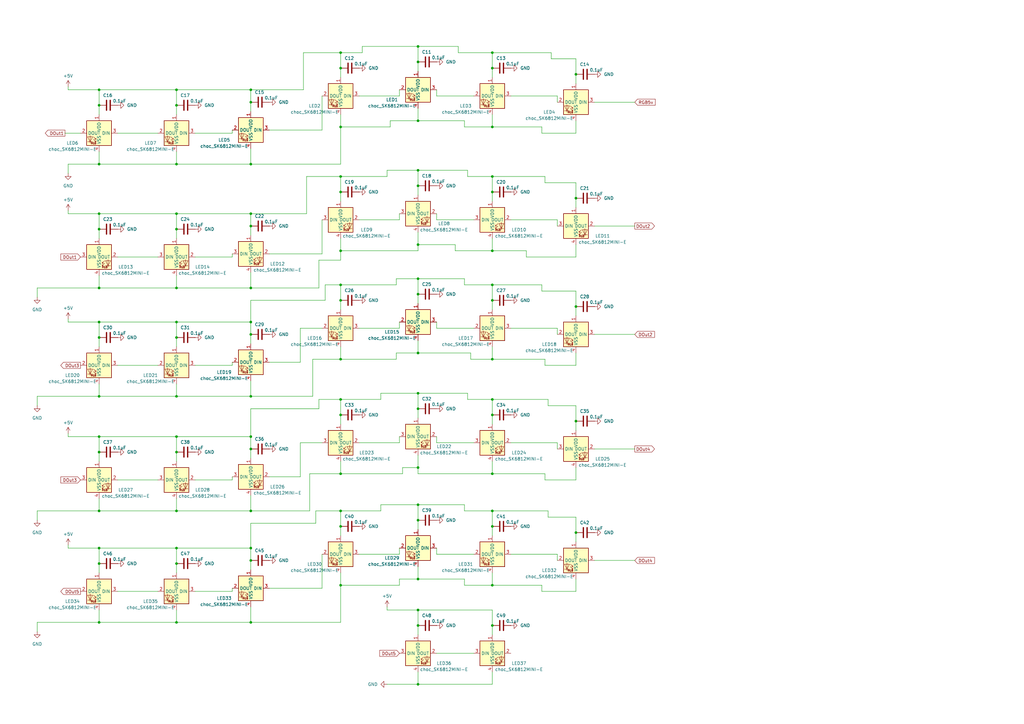
<source format=kicad_sch>
(kicad_sch (version 20231120) (generator "eeschema") (generator_version "8.0")
  (paper "A3")
  (junction (at 201.93 147.32))
  (junction (at 72.39 224.79))
  (junction (at 102.87 87.63))
  (junction (at 102.87 137.16))
  (junction (at 40.64 87.63))
  (junction (at 201.93 256.54))
  (junction (at 139.7 147.32))
  (junction (at 40.64 93.98))
  (junction (at 72.39 132.08))
  (junction (at 102.87 209.55))
  (junction (at 171.45 213.36))
  (junction (at 139.7 52.07))
  (junction (at 201.93 215.9))
  (junction (at 102.87 92.71))
  (junction (at 171.45 114.3))
  (junction (at 40.64 67.31))
  (junction (at 40.64 209.55))
  (junction (at 171.45 250.19))
  (junction (at 40.64 162.56))
  (junction (at 171.45 256.54))
  (junction (at 40.64 231.14))
  (junction (at 102.87 224.79))
  (junction (at 139.7 209.55))
  (junction (at 102.87 184.15))
  (junction (at 171.45 19.05))
  (junction (at 72.39 118.11))
  (junction (at 72.39 162.56))
  (junction (at 171.45 25.4))
  (junction (at 171.45 76.2))
  (junction (at 201.93 102.87))
  (junction (at 171.45 280.67))
  (junction (at 171.45 207.01))
  (junction (at 171.45 120.65))
  (junction (at 102.87 162.56))
  (junction (at 171.45 237.49))
  (junction (at 102.87 132.08))
  (junction (at 72.39 209.55))
  (junction (at 171.45 167.64))
  (junction (at 40.64 43.18))
  (junction (at 201.93 170.18))
  (junction (at 72.39 231.14))
  (junction (at 201.93 123.19))
  (junction (at 40.64 138.43))
  (junction (at 72.39 36.83))
  (junction (at 139.7 72.39))
  (junction (at 72.39 255.27))
  (junction (at 72.39 179.07))
  (junction (at 139.7 215.9))
  (junction (at 201.93 72.39))
  (junction (at 171.45 100.33))
  (junction (at 201.93 52.07))
  (junction (at 171.45 69.85))
  (junction (at 102.87 36.83))
  (junction (at 201.93 21.59))
  (junction (at 139.7 163.83))
  (junction (at 139.7 21.59))
  (junction (at 139.7 170.18))
  (junction (at 201.93 209.55))
  (junction (at 72.39 185.42))
  (junction (at 139.7 123.19))
  (junction (at 72.39 87.63))
  (junction (at 72.39 67.31))
  (junction (at 201.93 240.03))
  (junction (at 40.64 185.42))
  (junction (at 40.64 132.08))
  (junction (at 139.7 240.03))
  (junction (at 40.64 118.11))
  (junction (at 236.22 81.28))
  (junction (at 72.39 93.98))
  (junction (at 171.45 191.77))
  (junction (at 102.87 255.27))
  (junction (at 201.93 163.83))
  (junction (at 201.93 78.74))
  (junction (at 40.64 36.83))
  (junction (at 171.45 49.53))
  (junction (at 139.7 102.87))
  (junction (at 236.22 125.73))
  (junction (at 139.7 27.94))
  (junction (at 102.87 229.87))
  (junction (at 40.64 224.79))
  (junction (at 40.64 255.27))
  (junction (at 139.7 116.84))
  (junction (at 139.7 194.31))
  (junction (at 236.22 218.44))
  (junction (at 201.93 116.84))
  (junction (at 40.64 179.07))
  (junction (at 102.87 67.31))
  (junction (at 72.39 43.18))
  (junction (at 102.87 179.07))
  (junction (at 171.45 161.29))
  (junction (at 102.87 118.11))
  (junction (at 201.93 27.94))
  (junction (at 102.87 41.91))
  (junction (at 236.22 172.72))
  (junction (at 201.93 194.31))
  (junction (at 72.39 138.43))
  (junction (at 139.7 78.74))
  (junction (at 171.45 144.78))
  (junction (at 236.22 30.48))
  (wire (pts (xy 27.94 86.36) (xy 27.94 87.63)))
  (wire (pts (xy 139.7 72.39) (xy 158.75 72.39)))
  (wire (pts (xy 40.64 36.83) (xy 72.39 36.83)))
  (wire (pts (xy 236.22 144.78) (xy 236.22 149.86)))
  (wire (pts (xy 201.93 102.87) (xy 215.9 102.87)))
  (wire (pts (xy 40.64 67.31) (xy 27.94 67.31)))
  (wire (pts (xy 139.7 127) (xy 139.7 123.19)))
  (wire (pts (xy 102.87 214.63) (xy 102.87 224.79)))
  (wire (pts (xy 72.39 138.43) (xy 72.39 132.08)))
  (wire (pts (xy 201.93 97.79) (xy 201.93 102.87)))
  (wire (pts (xy 223.52 72.39) (xy 223.52 74.93)))
  (wire (pts (xy 190.5 209.55) (xy 201.93 209.55)))
  (wire (pts (xy 123.19 181.61) (xy 132.08 181.61)))
  (wire (pts (xy 102.87 156.21) (xy 102.87 162.56)))
  (wire (pts (xy 72.39 162.56) (xy 102.87 162.56)))
  (wire (pts (xy 201.93 31.75) (xy 201.93 27.94)))
  (wire (pts (xy 222.25 54.61) (xy 236.22 54.61)))
  (wire (pts (xy 110.49 148.59) (xy 123.19 148.59)))
  (wire (pts (xy 223.52 147.32) (xy 223.52 149.86)))
  (wire (pts (xy 201.93 78.74) (xy 201.93 72.39)))
  (wire (pts (xy 129.54 209.55) (xy 139.7 209.55)))
  (wire (pts (xy 236.22 125.73) (xy 236.22 119.38)))
  (wire (pts (xy 171.45 171.45) (xy 171.45 167.64)))
  (wire (pts (xy 40.64 113.03) (xy 40.64 118.11)))
  (wire (pts (xy 102.87 41.91) (xy 102.87 36.83)))
  (wire (pts (xy 236.22 172.72) (xy 236.22 166.37)))
  (wire (pts (xy 15.24 255.27) (xy 40.64 255.27)))
  (wire (pts (xy 147.32 39.37) (xy 163.83 39.37)))
  (wire (pts (xy 95.25 195.58) (xy 95.25 196.85)))
  (wire (pts (xy 243.84 92.71) (xy 260.35 92.71)))
  (wire (pts (xy 72.39 36.83) (xy 102.87 36.83)))
  (wire (pts (xy 158.75 248.92) (xy 158.75 250.19)))
  (wire (pts (xy 156.21 207.01) (xy 171.45 207.01)))
  (wire (pts (xy 102.87 96.52) (xy 102.87 92.71)))
  (wire (pts (xy 102.87 45.72) (xy 102.87 41.91)))
  (wire (pts (xy 162.56 144.78) (xy 171.45 144.78)))
  (wire (pts (xy 201.93 209.55) (xy 224.79 209.55)))
  (wire (pts (xy 40.64 224.79) (xy 27.94 224.79)))
  (wire (pts (xy 15.24 118.11) (xy 15.24 121.92)))
  (wire (pts (xy 139.7 52.07) (xy 160.02 52.07)))
  (wire (pts (xy 27.94 223.52) (xy 27.94 224.79)))
  (wire (pts (xy 156.21 161.29) (xy 171.45 161.29)))
  (wire (pts (xy 133.35 123.19) (xy 133.35 116.84)))
  (wire (pts (xy 139.7 234.95) (xy 139.7 240.03)))
  (wire (pts (xy 179.07 90.17) (xy 194.31 90.17)))
  (wire (pts (xy 139.7 27.94) (xy 139.7 21.59)))
  (wire (pts (xy 40.64 138.43) (xy 40.64 132.08)))
  (wire (pts (xy 15.24 209.55) (xy 15.24 213.36)))
  (wire (pts (xy 236.22 237.49) (xy 236.22 242.57)))
  (wire (pts (xy 110.49 53.34) (xy 132.08 53.34)))
  (wire (pts (xy 179.07 87.63) (xy 179.07 90.17)))
  (wire (pts (xy 132.08 53.34) (xy 132.08 39.37)))
  (wire (pts (xy 48.26 149.86) (xy 64.77 149.86)))
  (wire (pts (xy 222.25 119.38) (xy 236.22 119.38)))
  (wire (pts (xy 236.22 176.53) (xy 236.22 172.72)))
  (wire (pts (xy 171.45 44.45) (xy 171.45 49.53)))
  (wire (pts (xy 243.84 229.87) (xy 260.35 229.87)))
  (wire (pts (xy 72.39 209.55) (xy 40.64 209.55)))
  (wire (pts (xy 163.83 87.63) (xy 163.83 90.17)))
  (wire (pts (xy 160.02 52.07) (xy 160.02 49.53)))
  (wire (pts (xy 102.87 87.63) (xy 125.73 87.63)))
  (wire (pts (xy 186.69 102.87) (xy 201.93 102.87)))
  (wire (pts (xy 243.84 184.15) (xy 260.35 184.15)))
  (wire (pts (xy 226.06 24.13) (xy 236.22 24.13)))
  (wire (pts (xy 156.21 163.83) (xy 156.21 161.29)))
  (wire (pts (xy 102.87 229.87) (xy 102.87 224.79)))
  (wire (pts (xy 224.79 209.55) (xy 224.79 212.09)))
  (wire (pts (xy 102.87 140.97) (xy 102.87 137.16)))
  (wire (pts (xy 124.46 21.59) (xy 139.7 21.59)))
  (wire (pts (xy 190.5 207.01) (xy 190.5 209.55)))
  (wire (pts (xy 209.55 39.37) (xy 228.6 39.37)))
  (wire (pts (xy 95.25 53.34) (xy 95.25 54.61)))
  (wire (pts (xy 201.93 170.18) (xy 201.93 163.83)))
  (wire (pts (xy 139.7 163.83) (xy 156.21 163.83)))
  (wire (pts (xy 171.45 217.17) (xy 171.45 213.36)))
  (wire (pts (xy 165.1 191.77) (xy 171.45 191.77)))
  (wire (pts (xy 40.64 234.95) (xy 40.64 231.14)))
  (wire (pts (xy 148.59 19.05) (xy 171.45 19.05)))
  (wire (pts (xy 179.07 132.08) (xy 179.07 134.62)))
  (wire (pts (xy 40.64 204.47) (xy 40.64 209.55)))
  (wire (pts (xy 130.81 106.68) (xy 139.7 106.68)))
  (wire (pts (xy 80.01 242.57) (xy 95.25 242.57)))
  (wire (pts (xy 228.6 90.17) (xy 228.6 92.71)))
  (wire (pts (xy 139.7 173.99) (xy 139.7 170.18)))
  (wire (pts (xy 139.7 240.03) (xy 163.83 240.03)))
  (wire (pts (xy 72.39 204.47) (xy 72.39 209.55)))
  (wire (pts (xy 163.83 224.79) (xy 163.83 227.33)))
  (wire (pts (xy 190.5 52.07) (xy 201.93 52.07)))
  (wire (pts (xy 223.52 149.86) (xy 236.22 149.86)))
  (wire (pts (xy 171.45 19.05) (xy 187.96 19.05)))
  (wire (pts (xy 139.7 123.19) (xy 139.7 116.84)))
  (wire (pts (xy 147.32 181.61) (xy 163.83 181.61)))
  (wire (pts (xy 72.39 132.08) (xy 102.87 132.08)))
  (wire (pts (xy 163.83 237.49) (xy 171.45 237.49)))
  (wire (pts (xy 236.22 129.54) (xy 236.22 125.73)))
  (wire (pts (xy 139.7 82.55) (xy 139.7 78.74)))
  (wire (pts (xy 72.39 179.07) (xy 102.87 179.07)))
  (wire (pts (xy 223.52 74.93) (xy 236.22 74.93)))
  (wire (pts (xy 201.93 127) (xy 201.93 123.19)))
  (wire (pts (xy 40.64 97.79) (xy 40.64 93.98)))
  (wire (pts (xy 130.81 118.11) (xy 130.81 106.68)))
  (wire (pts (xy 171.45 213.36) (xy 171.45 207.01)))
  (wire (pts (xy 171.45 25.4) (xy 171.45 19.05)))
  (wire (pts (xy 95.25 148.59) (xy 95.25 149.86)))
  (wire (pts (xy 72.39 113.03) (xy 72.39 118.11)))
  (wire (pts (xy 139.7 31.75) (xy 139.7 27.94)))
  (wire (pts (xy 72.39 97.79) (xy 72.39 93.98)))
  (wire (pts (xy 139.7 142.24) (xy 139.7 147.32)))
  (wire (pts (xy 27.94 67.31) (xy 27.94 71.12)))
  (wire (pts (xy 179.07 227.33) (xy 194.31 227.33)))
  (wire (pts (xy 102.87 184.15) (xy 102.87 179.07)))
  (wire (pts (xy 72.39 157.48) (xy 72.39 162.56)))
  (wire (pts (xy 171.45 250.19) (xy 158.75 250.19)))
  (wire (pts (xy 215.9 102.87) (xy 215.9 105.41)))
  (wire (pts (xy 190.5 49.53) (xy 190.5 52.07)))
  (wire (pts (xy 191.77 161.29) (xy 191.77 163.83)))
  (wire (pts (xy 171.45 29.21) (xy 171.45 25.4)))
  (wire (pts (xy 236.22 30.48) (xy 236.22 24.13)))
  (wire (pts (xy 236.22 191.77) (xy 236.22 196.85)))
  (wire (pts (xy 171.45 191.77) (xy 171.45 194.31)))
  (wire (pts (xy 132.08 104.14) (xy 132.08 90.17)))
  (wire (pts (xy 40.64 231.14) (xy 40.64 224.79)))
  (wire (pts (xy 15.24 162.56) (xy 40.64 162.56)))
  (wire (pts (xy 243.84 137.16) (xy 260.35 137.16)))
  (wire (pts (xy 139.7 102.87) (xy 171.45 102.87)))
  (wire (pts (xy 201.93 52.07) (xy 222.25 52.07)))
  (wire (pts (xy 171.45 144.78) (xy 193.04 144.78)))
  (wire (pts (xy 40.64 142.24) (xy 40.64 138.43)))
  (wire (pts (xy 27.94 177.8) (xy 27.94 179.07)))
  (wire (pts (xy 110.49 104.14) (xy 132.08 104.14)))
  (wire (pts (xy 125.73 87.63) (xy 125.73 72.39)))
  (wire (pts (xy 72.39 93.98) (xy 72.39 87.63)))
  (wire (pts (xy 222.25 240.03) (xy 222.25 242.57)))
  (wire (pts (xy 156.21 209.55) (xy 156.21 207.01)))
  (wire (pts (xy 209.55 134.62) (xy 228.6 134.62)))
  (wire (pts (xy 40.64 36.83) (xy 27.94 36.83)))
  (wire (pts (xy 228.6 227.33) (xy 228.6 229.87)))
  (wire (pts (xy 171.45 280.67) (xy 201.93 280.67)))
  (wire (pts (xy 72.39 162.56) (xy 40.64 162.56)))
  (wire (pts (xy 139.7 194.31) (xy 165.1 194.31)))
  (wire (pts (xy 40.64 250.19) (xy 40.64 255.27)))
  (wire (pts (xy 139.7 219.71) (xy 139.7 215.9)))
  (wire (pts (xy 132.08 241.3) (xy 132.08 227.33)))
  (wire (pts (xy 201.93 234.95) (xy 201.93 240.03)))
  (wire (pts (xy 72.39 234.95) (xy 72.39 231.14)))
  (wire (pts (xy 209.55 90.17) (xy 228.6 90.17)))
  (wire (pts (xy 215.9 105.41) (xy 236.22 105.41)))
  (wire (pts (xy 147.32 227.33) (xy 163.83 227.33)))
  (wire (pts (xy 171.45 100.33) (xy 171.45 102.87)))
  (wire (pts (xy 201.93 142.24) (xy 201.93 147.32)))
  (wire (pts (xy 163.83 132.08) (xy 163.83 134.62)))
  (wire (pts (xy 139.7 170.18) (xy 139.7 163.83)))
  (wire (pts (xy 102.87 137.16) (xy 102.87 132.08)))
  (wire (pts (xy 139.7 52.07) (xy 139.7 67.31)))
  (wire (pts (xy 179.07 134.62) (xy 194.31 134.62)))
  (wire (pts (xy 139.7 46.99) (xy 139.7 52.07)))
  (wire (pts (xy 171.45 76.2) (xy 171.45 69.85)))
  (wire (pts (xy 127 194.31) (xy 139.7 194.31)))
  (wire (pts (xy 190.5 116.84) (xy 201.93 116.84)))
  (wire (pts (xy 139.7 97.79) (xy 139.7 102.87)))
  (wire (pts (xy 102.87 255.27) (xy 139.7 255.27)))
  (wire (pts (xy 102.87 248.92) (xy 102.87 255.27)))
  (wire (pts (xy 80.01 196.85) (xy 95.25 196.85)))
  (wire (pts (xy 15.24 209.55) (xy 40.64 209.55)))
  (wire (pts (xy 171.45 120.65) (xy 171.45 114.3)))
  (wire (pts (xy 102.87 167.64) (xy 130.81 167.64)))
  (wire (pts (xy 201.93 123.19) (xy 201.93 116.84)))
  (wire (pts (xy 222.25 116.84) (xy 222.25 119.38)))
  (wire (pts (xy 80.01 105.41) (xy 95.25 105.41)))
  (wire (pts (xy 102.87 203.2) (xy 102.87 209.55)))
  (wire (pts (xy 15.24 255.27) (xy 15.24 259.08)))
  (wire (pts (xy 95.25 104.14) (xy 95.25 105.41)))
  (wire (pts (xy 102.87 123.19) (xy 133.35 123.19)))
  (wire (pts (xy 171.45 194.31) (xy 201.93 194.31)))
  (wire (pts (xy 40.64 179.07) (xy 72.39 179.07)))
  (wire (pts (xy 171.45 250.19) (xy 201.93 250.19)))
  (wire (pts (xy 209.55 227.33) (xy 228.6 227.33)))
  (wire (pts (xy 201.93 189.23) (xy 201.93 194.31)))
  (wire (pts (xy 130.81 163.83) (xy 139.7 163.83)))
  (wire (pts (xy 201.93 21.59) (xy 226.06 21.59)))
  (wire (pts (xy 40.64 132.08) (xy 27.94 132.08)))
  (wire (pts (xy 201.93 173.99) (xy 201.93 170.18)))
  (wire (pts (xy 139.7 78.74) (xy 139.7 72.39)))
  (wire (pts (xy 125.73 72.39) (xy 139.7 72.39)))
  (wire (pts (xy 102.87 209.55) (xy 127 209.55)))
  (wire (pts (xy 201.93 260.35) (xy 201.93 256.54)))
  (wire (pts (xy 228.6 181.61) (xy 228.6 184.15)))
  (wire (pts (xy 139.7 147.32) (xy 162.56 147.32)))
  (wire (pts (xy 201.93 72.39) (xy 223.52 72.39)))
  (wire (pts (xy 80.01 149.86) (xy 95.25 149.86)))
  (wire (pts (xy 40.64 87.63) (xy 27.94 87.63)))
  (wire (pts (xy 40.64 62.23) (xy 40.64 67.31)))
  (wire (pts (xy 139.7 116.84) (xy 162.56 116.84)))
  (wire (pts (xy 40.64 132.08) (xy 72.39 132.08)))
  (wire (pts (xy 165.1 194.31) (xy 165.1 191.77)))
  (wire (pts (xy 187.96 21.59) (xy 201.93 21.59)))
  (wire (pts (xy 72.39 62.23) (xy 72.39 67.31)))
  (wire (pts (xy 95.25 241.3) (xy 95.25 242.57)))
  (wire (pts (xy 72.39 189.23) (xy 72.39 185.42)))
  (wire (pts (xy 48.26 196.85) (xy 64.77 196.85)))
  (wire (pts (xy 171.45 69.85) (xy 191.77 69.85)))
  (wire (pts (xy 162.56 116.84) (xy 162.56 114.3)))
  (wire (pts (xy 243.84 41.91) (xy 260.35 41.91)))
  (wire (pts (xy 72.39 250.19) (xy 72.39 255.27)))
  (wire (pts (xy 223.52 194.31) (xy 223.52 196.85)))
  (wire (pts (xy 171.45 49.53) (xy 190.5 49.53)))
  (wire (pts (xy 163.83 36.83) (xy 163.83 39.37)))
  (wire (pts (xy 209.55 181.61) (xy 228.6 181.61)))
  (wire (pts (xy 102.87 118.11) (xy 130.81 118.11)))
  (wire (pts (xy 193.04 144.78) (xy 193.04 147.32)))
  (wire (pts (xy 40.64 224.79) (xy 72.39 224.79)))
  (wire (pts (xy 224.79 166.37) (xy 236.22 166.37)))
  (wire (pts (xy 223.52 196.85) (xy 236.22 196.85)))
  (wire (pts (xy 72.39 224.79) (xy 102.87 224.79)))
  (wire (pts (xy 193.04 147.32) (xy 201.93 147.32)))
  (wire (pts (xy 102.87 187.96) (xy 102.87 184.15)))
  (wire (pts (xy 190.5 114.3) (xy 190.5 116.84)))
  (wire (pts (xy 191.77 69.85) (xy 191.77 72.39)))
  (wire (pts (xy 171.45 124.46) (xy 171.45 120.65)))
  (wire (pts (xy 102.87 67.31) (xy 139.7 67.31)))
  (wire (pts (xy 228.6 134.62) (xy 228.6 137.16)))
  (wire (pts (xy 171.45 100.33) (xy 186.69 100.33)))
  (wire (pts (xy 72.39 46.99) (xy 72.39 43.18)))
  (wire (pts (xy 147.32 134.62) (xy 163.83 134.62)))
  (wire (pts (xy 40.64 46.99) (xy 40.64 43.18)))
  (wire (pts (xy 228.6 39.37) (xy 228.6 41.91)))
  (wire (pts (xy 171.45 260.35) (xy 171.45 256.54)))
  (wire (pts (xy 163.83 240.03) (xy 163.83 237.49)))
  (wire (pts (xy 40.64 185.42) (xy 40.64 179.07)))
  (wire (pts (xy 139.7 21.59) (xy 148.59 21.59)))
  (wire (pts (xy 179.07 39.37) (xy 194.31 39.37)))
  (wire (pts (xy 72.39 255.27) (xy 102.87 255.27)))
  (wire (pts (xy 171.45 237.49) (xy 190.5 237.49)))
  (wire (pts (xy 40.64 189.23) (xy 40.64 185.42)))
  (wire (pts (xy 179.07 224.79) (xy 179.07 227.33)))
  (wire (pts (xy 201.93 219.71) (xy 201.93 215.9)))
  (wire (pts (xy 190.5 237.49) (xy 190.5 240.03)))
  (wire (pts (xy 139.7 209.55) (xy 156.21 209.55)))
  (wire (pts (xy 163.83 179.07) (xy 163.83 181.61)))
  (wire (pts (xy 201.93 256.54) (xy 201.93 250.19)))
  (wire (pts (xy 72.39 209.55) (xy 102.87 209.55)))
  (wire (pts (xy 222.25 242.57) (xy 236.22 242.57)))
  (wire (pts (xy 130.81 167.64) (xy 130.81 163.83)))
  (wire (pts (xy 124.46 36.83) (xy 124.46 21.59)))
  (wire (pts (xy 48.26 105.41) (xy 64.77 105.41)))
  (wire (pts (xy 162.56 114.3) (xy 171.45 114.3)))
  (wire (pts (xy 171.45 167.64) (xy 171.45 161.29)))
  (wire (pts (xy 102.87 123.19) (xy 102.87 132.08)))
  (wire (pts (xy 186.69 100.33) (xy 186.69 102.87)))
  (wire (pts (xy 201.93 147.32) (xy 223.52 147.32)))
  (wire (pts (xy 201.93 163.83) (xy 224.79 163.83)))
  (wire (pts (xy 123.19 195.58) (xy 123.19 181.61)))
  (wire (pts (xy 171.45 114.3) (xy 190.5 114.3)))
  (wire (pts (xy 123.19 134.62) (xy 132.08 134.62)))
  (wire (pts (xy 158.75 72.39) (xy 158.75 69.85)))
  (wire (pts (xy 72.39 43.18) (xy 72.39 36.83)))
  (wire (pts (xy 102.87 214.63) (xy 129.54 214.63)))
  (wire (pts (xy 201.93 215.9) (xy 201.93 209.55)))
  (wire (pts (xy 201.93 240.03) (xy 222.25 240.03)))
  (wire (pts (xy 102.87 162.56) (xy 128.27 162.56)))
  (wire (pts (xy 179.07 179.07) (xy 179.07 181.61)))
  (wire (pts (xy 226.06 21.59) (xy 226.06 24.13)))
  (wire (pts (xy 27.94 35.56) (xy 27.94 36.83)))
  (wire (pts (xy 190.5 240.03) (xy 201.93 240.03)))
  (wire (pts (xy 201.93 46.99) (xy 201.93 52.07)))
  (wire (pts (xy 171.45 139.7) (xy 171.45 144.78)))
  (wire (pts (xy 127 209.55) (xy 127 194.31)))
  (wire (pts (xy 40.64 157.48) (xy 40.64 162.56)))
  (wire (pts (xy 148.59 21.59) (xy 148.59 19.05)))
  (wire (pts (xy 236.22 34.29) (xy 236.22 30.48)))
  (wire (pts (xy 72.39 87.63) (xy 102.87 87.63)))
  (wire (pts (xy 236.22 49.53) (xy 236.22 54.61)))
  (wire (pts (xy 147.32 90.17) (xy 163.83 90.17)))
  (wire (pts (xy 171.45 186.69) (xy 171.45 191.77)))
  (wire (pts (xy 48.26 242.57) (xy 64.77 242.57)))
  (wire (pts (xy 110.49 195.58) (xy 123.19 195.58)))
  (wire (pts (xy 171.45 275.59) (xy 171.45 280.67)))
  (wire (pts (xy 72.39 255.27) (xy 40.64 255.27)))
  (wire (pts (xy 171.45 207.01) (xy 190.5 207.01)))
  (wire (pts (xy 160.02 49.53) (xy 171.45 49.53)))
  (wire (pts (xy 102.87 233.68) (xy 102.87 229.87)))
  (wire (pts (xy 179.07 181.61) (xy 194.31 181.61)))
  (wire (pts (xy 72.39 67.31) (xy 40.64 67.31)))
  (wire (pts (xy 158.75 69.85) (xy 171.45 69.85)))
  (wire (pts (xy 40.64 43.18) (xy 40.64 36.83)))
  (wire (pts (xy 236.22 85.09) (xy 236.22 81.28)))
  (wire (pts (xy 123.19 148.59) (xy 123.19 134.62)))
  (wire (pts (xy 201.93 82.55) (xy 201.93 78.74)))
  (wire (pts (xy 27.94 130.81) (xy 27.94 132.08)))
  (wire (pts (xy 201.93 27.94) (xy 201.93 21.59)))
  (wire (pts (xy 72.39 185.42) (xy 72.39 179.07)))
  (wire (pts (xy 72.39 142.24) (xy 72.39 138.43)))
  (wire (pts (xy 102.87 92.71) (xy 102.87 87.63)))
  (wire (pts (xy 162.56 147.32) (xy 162.56 144.78)))
  (wire (pts (xy 236.22 222.25) (xy 236.22 218.44)))
  (wire (pts (xy 191.77 72.39) (xy 201.93 72.39)))
  (wire (pts (xy 72.39 118.11) (xy 40.64 118.11)))
  (wire (pts (xy 48.26 54.61) (xy 64.77 54.61)))
  (wire (pts (xy 15.24 162.56) (xy 15.24 166.37)))
  (wire (pts (xy 171.45 256.54) (xy 171.45 250.19)))
  (wire (pts (xy 201.93 116.84) (xy 222.25 116.84)))
  (wire (pts (xy 110.49 241.3) (xy 132.08 241.3)))
  (wire (pts (xy 139.7 240.03) (xy 139.7 255.27)))
  (wire (pts (xy 139.7 102.87) (xy 139.7 106.68)))
  (wire (pts (xy 40.64 93.98) (xy 40.64 87.63)))
  (wire (pts (xy 171.45 280.67) (xy 158.75 280.67)))
  (wire (pts (xy 133.35 116.84) (xy 139.7 116.84)))
  (wire (pts (xy 171.45 161.29) (xy 191.77 161.29)))
  (wire (pts (xy 222.25 52.07) (xy 222.25 54.61)))
  (wire (pts (xy 139.7 215.9) (xy 139.7 209.55)))
  (wire (pts (xy 224.79 163.83) (xy 224.79 166.37)))
  (wire (pts (xy 236.22 81.28) (xy 236.22 74.93)))
  (wire (pts (xy 72.39 231.14) (xy 72.39 224.79)))
  (wire (pts (xy 191.77 163.83) (xy 201.93 163.83)))
  (wire (pts (xy 80.01 54.61) (xy 95.25 54.61)))
  (wire (pts (xy 201.93 194.31) (xy 223.52 194.31)))
  (wire (pts (xy 187.96 19.05) (xy 187.96 21.59)))
  (wire (pts (xy 128.27 147.32) (xy 139.7 147.32)))
  (wire (pts (xy 40.64 179.07) (xy 27.94 179.07)))
  (wire (pts (xy 201.93 275.59) (xy 201.93 280.67)))
  (wire (pts (xy 72.39 118.11) (xy 102.87 118.11)))
  (wire (pts (xy 179.07 36.83) (xy 179.07 39.37)))
  (wire (pts (xy 15.24 118.11) (xy 40.64 118.11)))
  (wire (pts (xy 72.39 67.31) (xy 102.87 67.31)))
  (wire (pts (xy 40.64 87.63) (xy 72.39 87.63)))
  (wire (pts (xy 224.79 212.09) (xy 236.22 212.09)))
  (wire (pts (xy 102.87 167.64) (xy 102.87 179.07)))
  (wire (pts (xy 236.22 100.33) (xy 236.22 105.41)))
  (wire (pts (xy 236.22 218.44) (xy 236.22 212.09)))
  (wire (pts (xy 26.67 54.61) (xy 33.02 54.61)))
  (wire (pts (xy 128.27 162.56) (xy 128.27 147.32)))
  (wire (pts (xy 171.45 80.01) (xy 171.45 76.2)))
  (wire (pts (xy 102.87 36.83) (xy 124.46 36.83)))
  (wire (pts (xy 102.87 111.76) (xy 102.87 118.11)))
  (wire (pts (xy 179.07 267.97) (xy 194.31 267.97)))
  (wire (pts (xy 171.45 232.41) (xy 171.45 237.49)))
  (wire (pts (xy 171.45 95.25) (xy 171.45 100.33)))
  (wire (pts (xy 129.54 214.63) (xy 129.54 209.55)))
  (wire (pts (xy 139.7 189.23) (xy 139.7 194.31)))
  (wire (pts (xy 102.87 60.96) (xy 102.87 67.31)))
  (global_label "DOut2" (shape output) (at 260.35 92.71 0) (property "Intersheetrefs" "${INTERSHEET_REFS}" (effects (hide yes))))
  (global_label "RGB5v" (shape input) (at 260.35 41.91 0) (property "Intersheetrefs" "${INTERSHEET_REFS}" (effects (hide yes))))
  (global_label "DOut1" (shape output) (at 26.67 54.61 180) (property "Intersheetrefs" "${INTERSHEET_REFS}" (effects (hide yes))))
  (global_label "DOut5" (shape output) (at 33.02 242.57 180) (property "Intersheetrefs" "${INTERSHEET_REFS}" (effects (hide yes))))
  (global_label "DOut1" (shape input) (at 33.02 105.41 180) (property "Intersheetrefs" "${INTERSHEET_REFS}" (effects (hide yes))))
  (global_label "DOut5" (shape input) (at 163.83 267.97 180) (property "Intersheetrefs" "${INTERSHEET_REFS}" (effects (hide yes))))
  (global_label "DOut2" (shape input) (at 260.35 137.16 0) (property "Intersheetrefs" "${INTERSHEET_REFS}" (effects (hide yes))))
  (global_label "DOut3" (shape output) (at 33.02 149.86 180) (property "Intersheetrefs" "${INTERSHEET_REFS}" (effects (hide yes))))
  (global_label "DOut4" (shape output) (at 260.35 184.15 0) (property "Intersheetrefs" "${INTERSHEET_REFS}" (effects (hide yes))))
  (global_label "DOut3" (shape input) (at 33.02 196.85 180) (property "Intersheetrefs" "${INTERSHEET_REFS}" (effects (hide yes))))
  (global_label "DOut4" (shape input) (at 260.35 229.87 0) (property "Intersheetrefs" "${INTERSHEET_REFS}" (effects (hide yes))))
  (symbol (lib_id "Device:C") (at 106.68 92.71 90) (unit 1)
    (property "Reference" "C22" (at 106.426 88.646 90))
    (property "Value" "0.1uF" (at 111.252 90.932 90))
    (property "Footprint" "Capacitor_SMD:C_0402_1005Metric" (effects (hide yes)))
    (property "Description" "Unpolarized capacitor" (effects (hide yes)))
  )
  (symbol (lib_id "Device:C") (at 106.68 184.15 90) (unit 1)
    (property "Reference" "C36" (at 106.426 180.086 90))
    (property "Value" "0.1uF" (at 111.252 182.372 90))
    (property "Footprint" "Capacitor_SMD:C_0402_1005Metric" (effects (hide yes)))
    (property "Description" "Unpolarized capacitor" (effects (hide yes)))
  )
  (symbol (lib_id "PCM_marbastlib-choc:choc_SK6812MINI-E") (at 102.87 104.14 0) (unit 1)
    (property "Reference" "LED12" (at 113.792 108.204 0))
    (property "Value" "choc_SK6812MINI-E" (at 113.792 110.744 0))
    (property "Footprint" "PCM_marbastlib-choc:LED_choc_6028R" (effects (hide yes)))
    (property "Description" "Reverse mount adressable LED (WS2812 protocol)" (effects (hide yes)))
  )
  (symbol (lib_id "PCM_marbastlib-choc:choc_SK6812MINI-E") (at 236.22 229.87 0) (mirror y) (unit 1)
    (property "Reference" "LED32" (at 225.298 233.934 0))
    (property "Value" "choc_SK6812MINI-E" (at 225.298 236.474 0))
    (property "Footprint" "PCM_marbastlib-choc:LED_choc_6028R" (effects (hide yes)))
    (property "Description" "Reverse mount adressable LED (WS2812 protocol)" (effects (hide yes)))
  )
  (symbol (lib_id "power:GND") (at 179.07 213.36 90) (unit 1)
    (property "Reference" "#PWR052" (effects (hide yes)))
    (property "Value" "GND" (at 182.88 213.3599 90) (effects (justify right)))
    (property "Description" "Power symbol creates a global label with name \"GND\" , ground" (effects (hide yes)))
  )
  (symbol (lib_id "Device:C") (at 76.2 138.43 90) (unit 1)
    (property "Reference" "C31" (at 75.946 134.366 90))
    (property "Value" "0.1uF" (at 80.772 136.652 90))
    (property "Footprint" "Capacitor_SMD:C_0402_1005Metric" (effects (hide yes)))
    (property "Description" "Unpolarized capacitor" (effects (hide yes)))
  )
  (symbol (lib_id "PCM_marbastlib-choc:choc_SK6812MINI-E") (at 40.64 242.57 0) (mirror y) (unit 1)
    (property "Reference" "LED34" (at 29.718 246.634 0))
    (property "Value" "choc_SK6812MINI-E" (at 29.718 249.174 0))
    (property "Footprint" "PCM_marbastlib-choc:LED_choc_6028R" (effects (hide yes)))
    (property "Description" "Reverse mount adressable LED (WS2812 protocol)" (effects (hide yes)))
  )
  (symbol (lib_id "Device:C") (at 240.03 218.44 90) (unit 1)
    (property "Reference" "C42" (at 239.776 214.376 90))
    (property "Value" "0.1uF" (at 244.602 216.662 90))
    (property "Footprint" "Capacitor_SMD:C_0402_1005Metric" (effects (hide yes)))
    (property "Description" "Unpolarized capacitor" (effects (hide yes)))
  )
  (symbol (lib_id "Device:C") (at 240.03 30.48 90) (unit 1)
    (property "Reference" "C14" (at 239.776 26.416 90))
    (property "Value" "0.1uF" (at 244.602 28.702 90))
    (property "Footprint" "Capacitor_SMD:C_0402_1005Metric" (effects (hide yes)))
    (property "Description" "Unpolarized capacitor" (effects (hide yes)))
  )
  (symbol (lib_id "power:GND") (at 209.55 256.54 90) (unit 1)
    (property "Reference" "#PWR076" (effects (hide yes)))
    (property "Value" "GND" (at 213.36 256.5399 90) (effects (justify right)))
    (property "Description" "Power symbol creates a global label with name \"GND\" , ground" (effects (hide yes)))
  )
  (symbol (lib_id "PCM_marbastlib-choc:choc_SK6812MINI-E") (at 72.39 196.85 0) (unit 1)
    (property "Reference" "LED28" (at 83.058 200.914 0))
    (property "Value" "choc_SK6812MINI-E" (at 83.058 203.454 0))
    (property "Footprint" "PCM_marbastlib-choc:LED_choc_6028R" (effects (hide yes)))
    (property "Description" "Reverse mount adressable LED (WS2812 protocol)" (effects (hide yes)))
  )
  (symbol (lib_id "PCM_marbastlib-choc:choc_SK6812MINI-E") (at 171.45 179.07 0) (unit 1)
    (property "Reference" "LED22" (at 182.118 183.134 0))
    (property "Value" "choc_SK6812MINI-E" (at 182.118 185.674 0))
    (property "Footprint" "PCM_marbastlib-choc:LED_choc_6028R" (effects (hide yes)))
    (property "Description" "Reverse mount adressable LED (WS2812 protocol)" (effects (hide yes)))
  )
  (symbol (lib_id "power:GND") (at 110.49 229.87 90) (unit 1)
    (property "Reference" "#PWR057" (effects (hide yes)))
    (property "Value" "GND" (at 114.3 229.8699 90) (effects (justify right)))
    (property "Description" "Power symbol creates a global label with name \"GND\" , ground" (effects (hide yes)))
  )
  (symbol (lib_id "Device:C") (at 143.51 215.9 90) (unit 1)
    (property "Reference" "C40" (at 143.256 211.836 90))
    (property "Value" "0.1uF" (at 148.082 214.122 90))
    (property "Footprint" "Capacitor_SMD:C_0402_1005Metric" (effects (hide yes)))
    (property "Description" "Unpolarized capacitor" (effects (hide yes)))
  )
  (symbol (lib_id "PCM_marbastlib-choc:choc_SK6812MINI-E") (at 72.39 54.61 0) (mirror y) (unit 1)
    (property "Reference" "LED7" (at 61.722 58.674 0))
    (property "Value" "choc_SK6812MINI-E" (at 61.722 61.214 0))
    (property "Footprint" "PCM_marbastlib-choc:LED_choc_6028R" (effects (hide yes)))
    (property "Description" "Reverse mount adressable LED (WS2812 protocol)" (effects (hide yes)))
  )
  (symbol (lib_id "Device:C") (at 175.26 256.54 90) (unit 1)
    (property "Reference" "C48" (at 175.006 252.476 90))
    (property "Value" "0.1uF" (at 179.832 254.762 90))
    (property "Footprint" "Capacitor_SMD:C_0402_1005Metric" (effects (hide yes)))
    (property "Description" "Unpolarized capacitor" (effects (hide yes)))
  )
  (symbol (lib_id "PCM_marbastlib-choc:choc_SK6812MINI-E") (at 201.93 39.37 0) (mirror y) (unit 1)
    (property "Reference" "LED3" (at 191.008 43.434 0))
    (property "Value" "choc_SK6812MINI-E" (at 191.008 45.974 0))
    (property "Footprint" "PCM_marbastlib-choc:LED_choc_6028R" (effects (hide yes)))
    (property "Description" "Reverse mount adressable LED (WS2812 protocol)" (effects (hide yes)))
  )
  (symbol (lib_id "Device:C") (at 205.74 256.54 90) (unit 1)
    (property "Reference" "C49" (at 205.486 252.476 90))
    (property "Value" "0.1uF" (at 210.312 254.762 90))
    (property "Footprint" "Capacitor_SMD:C_0402_1005Metric" (effects (hide yes)))
    (property "Description" "Unpolarized capacitor" (effects (hide yes)))
  )
  (symbol (lib_id "Device:C") (at 143.51 27.94 90) (unit 1)
    (property "Reference" "C12" (at 143.256 23.876 90))
    (property "Value" "0.1uF" (at 148.082 26.162 90))
    (property "Footprint" "Capacitor_SMD:C_0402_1005Metric" (effects (hide yes)))
    (property "Description" "Unpolarized capacitor" (effects (hide yes)))
  )
  (symbol (lib_id "Device:C") (at 44.45 185.42 90) (unit 1)
    (property "Reference" "C37" (at 44.196 181.356 90))
    (property "Value" "0.1uF" (at 49.022 183.642 90))
    (property "Footprint" "Capacitor_SMD:C_0402_1005Metric" (effects (hide yes)))
    (property "Description" "Unpolarized capacitor" (effects (hide yes)))
  )
  (symbol (lib_id "power:GND") (at 147.32 123.19 90) (unit 1)
    (property "Reference" "#PWR035" (effects (hide yes)))
    (property "Value" "GND" (at 151.13 123.1899 90) (effects (justify right)))
    (property "Description" "Power symbol creates a global label with name \"GND\" , ground" (effects (hide yes)))
  )
  (symbol (lib_id "power:GND") (at 209.55 123.19 90) (unit 1)
    (property "Reference" "#PWR036" (effects (hide yes)))
    (property "Value" "GND" (at 213.36 123.1899 90) (effects (justify right)))
    (property "Description" "Power symbol creates a global label with name \"GND\" , ground" (effects (hide yes)))
  )
  (symbol (lib_id "power:GND") (at 179.07 256.54 90) (unit 1)
    (property "Reference" "#PWR075" (effects (hide yes)))
    (property "Value" "GND" (at 182.88 256.5399 90) (effects (justify right)))
    (property "Description" "Power symbol creates a global label with name \"GND\" , ground" (effects (hide yes)))
  )
  (symbol (lib_id "power:GND") (at 48.26 43.18 90) (unit 1)
    (property "Reference" "#PWR022" (effects (hide yes)))
    (property "Value" "GND" (at 52.07 43.1799 90) (effects (justify right)))
    (property "Description" "Power symbol creates a global label with name \"GND\" , ground" (effects (hide yes)))
  )
  (symbol (lib_id "power:GND") (at 179.07 76.2 90) (unit 1)
    (property "Reference" "#PWR025" (effects (hide yes)))
    (property "Value" "GND" (at 182.88 76.1999 90) (effects (justify right)))
    (property "Description" "Power symbol creates a global label with name \"GND\" , ground" (effects (hide yes)))
  )
  (symbol (lib_id "power:GND") (at 15.24 213.36 0) (unit 1)
    (property "Reference" "#PWR051" (effects (hide yes)))
    (property "Value" "GND" (at 15.24 218.44 0))
    (property "Description" "Power symbol creates a global label with name \"GND\" , ground" (effects (hide yes)))
  )
  (symbol (lib_id "PCM_marbastlib-choc:choc_SK6812MINI-E") (at 201.93 134.62 0) (mirror y) (unit 1)
    (property "Reference" "LED17" (at 191.008 138.684 0))
    (property "Value" "choc_SK6812MINI-E" (at 191.008 141.224 0))
    (property "Footprint" "PCM_marbastlib-choc:LED_choc_6028R" (effects (hide yes)))
    (property "Description" "Reverse mount adressable LED (WS2812 protocol)" (effects (hide yes)))
  )
  (symbol (lib_id "power:GND") (at 147.32 215.9 90) (unit 1)
    (property "Reference" "#PWR053" (effects (hide yes)))
    (property "Value" "GND" (at 151.13 215.8999 90) (effects (justify right)))
    (property "Description" "Power symbol creates a global label with name \"GND\" , ground" (effects (hide yes)))
  )
  (symbol (lib_id "power:GND") (at 80.01 43.18 90) (unit 1)
    (property "Reference" "#PWR023" (effects (hide yes)))
    (property "Value" "GND" (at 83.82 43.1799 90) (effects (justify right)))
    (property "Description" "Power symbol creates a global label with name \"GND\" , ground" (effects (hide yes)))
  )
  (symbol (lib_id "power:GND") (at 48.26 185.42 90) (unit 1)
    (property "Reference" "#PWR049" (effects (hide yes)))
    (property "Value" "GND" (at 52.07 185.4199 90) (effects (justify right)))
    (property "Description" "Power symbol creates a global label with name \"GND\" , ground" (effects (hide yes)))
  )
  (symbol (lib_id "PCM_marbastlib-choc:choc_SK6812MINI-E") (at 201.93 267.97 0) (unit 1)
    (property "Reference" "LED37" (at 212.852 272.034 0))
    (property "Value" "choc_SK6812MINI-E" (at 212.852 274.574 0))
    (property "Footprint" "PCM_marbastlib-choc:LED_choc_6028R" (effects (hide yes)))
    (property "Description" "Reverse mount adressable LED (WS2812 protocol)" (effects (hide yes)))
  )
  (symbol (lib_id "PCM_marbastlib-choc:choc_SK6812MINI-E") (at 139.7 39.37 0) (mirror y) (unit 1)
    (property "Reference" "LED2" (at 129.032 43.434 0))
    (property "Value" "choc_SK6812MINI-E" (at 129.032 45.974 0))
    (property "Footprint" "PCM_marbastlib-choc:LED_choc_6028R" (effects (hide yes)))
    (property "Description" "Reverse mount adressable LED (WS2812 protocol)" (effects (hide yes)))
  )
  (symbol (lib_id "Device:C") (at 175.26 167.64 90) (unit 1)
    (property "Reference" "C32" (at 175.006 163.576 90))
    (property "Value" "0.1uF" (at 179.832 165.862 90))
    (property "Footprint" "Capacitor_SMD:C_0402_1005Metric" (effects (hide yes)))
    (property "Description" "Unpolarized capacitor" (effects (hide yes)))
  )
  (symbol (lib_id "PCM_marbastlib-choc:choc_SK6812MINI-E") (at 139.7 181.61 0) (unit 1)
    (property "Reference" "LED23" (at 150.368 185.674 0))
    (property "Value" "choc_SK6812MINI-E" (at 150.368 188.214 0))
    (property "Footprint" "PCM_marbastlib-choc:LED_choc_6028R" (effects (hide yes)))
    (property "Description" "Reverse mount adressable LED (WS2812 protocol)" (effects (hide yes)))
  )
  (symbol (lib_id "PCM_marbastlib-choc:choc_SK6812MINI-E") (at 40.64 149.86 0) (mirror y) (unit 1)
    (property "Reference" "LED20" (at 29.718 153.924 0))
    (property "Value" "choc_SK6812MINI-E" (at 29.718 156.464 0))
    (property "Footprint" "PCM_marbastlib-choc:LED_choc_6028R" (effects (hide yes)))
    (property "Description" "Reverse mount adressable LED (WS2812 protocol)" (effects (hide yes)))
  )
  (symbol (lib_id "PCM_marbastlib-choc:choc_SK6812MINI-E") (at 40.64 105.41 0) (unit 1)
    (property "Reference" "LED13" (at 51.562 109.474 0))
    (property "Value" "choc_SK6812MINI-E" (at 51.562 112.014 0))
    (property "Footprint" "PCM_marbastlib-choc:LED_choc_6028R" (effects (hide yes)))
    (property "Description" "Reverse mount adressable LED (WS2812 protocol)" (effects (hide yes)))
  )
  (symbol (lib_id "Device:C") (at 143.51 78.74 90) (unit 1)
    (property "Reference" "C19" (at 143.256 74.676 90))
    (property "Value" "0.1uF" (at 148.082 76.962 90))
    (property "Footprint" "Capacitor_SMD:C_0402_1005Metric" (effects (hide yes)))
    (property "Description" "Unpolarized capacitor" (effects (hide yes)))
  )
  (symbol (lib_id "power:GND") (at 158.75 280.67 270) (unit 1)
    (property "Reference" "#PWR078" (effects (hide yes)))
    (property "Value" "GND" (at 154.94 280.6699 90) (effects (justify right)))
    (property "Description" "Power symbol creates a global label with name \"GND\" , ground" (effects (hide yes)))
  )
  (symbol (lib_id "Device:C") (at 106.68 137.16 90) (unit 1)
    (property "Reference" "C29" (at 106.426 133.096 90))
    (property "Value" "0.1uF" (at 111.252 135.382 90))
    (property "Footprint" "Capacitor_SMD:C_0402_1005Metric" (effects (hide yes)))
    (property "Description" "Unpolarized capacitor" (effects (hide yes)))
  )
  (symbol (lib_id "PCM_marbastlib-choc:choc_SK6812MINI-E") (at 171.45 224.79 0) (mirror y) (unit 1)
    (property "Reference" "LED29" (at 160.782 228.854 0))
    (property "Value" "choc_SK6812MINI-E" (at 160.782 231.394 0))
    (property "Footprint" "PCM_marbastlib-choc:LED_choc_6028R" (effects (hide yes)))
    (property "Description" "Reverse mount adressable LED (WS2812 protocol)" (effects (hide yes)))
  )
  (symbol (lib_id "power:GND") (at 110.49 184.15 90) (unit 1)
    (property "Reference" "#PWR048" (effects (hide yes)))
    (property "Value" "GND" (at 114.3 184.1499 90) (effects (justify right)))
    (property "Description" "Power symbol creates a global label with name \"GND\" , ground" (effects (hide yes)))
  )
  (symbol (lib_id "power:GND") (at 15.24 259.08 0) (unit 1)
    (property "Reference" "#PWR077" (effects (hide yes)))
    (property "Value" "GND" (at 15.24 264.16 0))
    (property "Description" "Power symbol creates a global label with name \"GND\" , ground" (effects (hide yes)))
  )
  (symbol (lib_id "Device:C") (at 143.51 170.18 90) (unit 1)
    (property "Reference" "C33" (at 143.256 166.116 90))
    (property "Value" "0.1uF" (at 148.082 168.402 90))
    (property "Footprint" "Capacitor_SMD:C_0402_1005Metric" (effects (hide yes)))
    (property "Description" "Unpolarized capacitor" (effects (hide yes)))
  )
  (symbol (lib_id "Device:C") (at 44.45 43.18 90) (unit 1)
    (property "Reference" "C16" (at 44.196 39.116 90))
    (property "Value" "0.1uF" (at 49.022 41.402 90))
    (property "Footprint" "Capacitor_SMD:C_0402_1005Metric" (effects (hide yes)))
    (property "Description" "Unpolarized capacitor" (effects (hide yes)))
  )
  (symbol (lib_id "Device:C") (at 106.68 229.87 90) (unit 1)
    (property "Reference" "C45" (at 106.426 225.806 90))
    (property "Value" "0.1uF" (at 111.252 228.092 90))
    (property "Footprint" "Capacitor_SMD:C_0402_1005Metric" (effects (hide yes)))
    (property "Description" "Unpolarized capacitor" (effects (hide yes)))
  )
  (symbol (lib_id "power:GND") (at 27.94 71.12 0) (unit 1)
    (property "Reference" "#PWR024" (effects (hide yes)))
    (property "Value" "GND" (at 27.94 76.2 0))
    (property "Description" "Power symbol creates a global label with name \"GND\" , ground" (effects (hide yes)))
  )
  (symbol (lib_id "Device:C") (at 106.68 41.91 90) (unit 1)
    (property "Reference" "C15" (at 106.426 37.846 90))
    (property "Value" "0.1uF" (at 111.252 40.132 90))
    (property "Footprint" "Capacitor_SMD:C_0402_1005Metric" (effects (hide yes)))
    (property "Description" "Unpolarized capacitor" (effects (hide yes)))
  )
  (symbol (lib_id "Device:C") (at 143.51 123.19 90) (unit 1)
    (property "Reference" "C26" (at 143.256 119.126 90))
    (property "Value" "0.1uF" (at 148.082 121.412 90))
    (property "Footprint" "Capacitor_SMD:C_0402_1005Metric" (effects (hide yes)))
    (property "Description" "Unpolarized capacitor" (effects (hide yes)))
  )
  (symbol (lib_id "power:GND") (at 243.84 30.48 90) (unit 1)
    (property "Reference" "#PWR019" (effects (hide yes)))
    (property "Value" "GND" (at 247.65 30.4799 90) (effects (justify right)))
    (property "Description" "Power symbol creates a global label with name \"GND\" , ground" (effects (hide yes)))
  )
  (symbol (lib_id "PCM_marbastlib-choc:choc_SK6812MINI-E") (at 139.7 90.17 0) (unit 1)
    (property "Reference" "LED9" (at 150.368 94.234 0))
    (property "Value" "choc_SK6812MINI-E" (at 150.368 96.774 0))
    (property "Footprint" "PCM_marbastlib-choc:LED_choc_6028R" (effects (hide yes)))
    (property "Description" "Reverse mount adressable LED (WS2812 protocol)" (effects (hide yes)))
  )
  (symbol (lib_id "PCM_marbastlib-choc:choc_SK6812MINI-E") (at 171.45 132.08 0) (mirror y) (unit 1)
    (property "Reference" "LED15" (at 160.782 136.144 0))
    (property "Value" "choc_SK6812MINI-E" (at 160.782 138.684 0))
    (property "Footprint" "PCM_marbastlib-choc:LED_choc_6028R" (effects (hide yes)))
    (property "Description" "Reverse mount adressable LED (WS2812 protocol)" (effects (hide yes)))
  )
  (symbol (lib_id "Device:C") (at 205.74 27.94 90) (unit 1)
    (property "Reference" "C13" (at 205.486 23.876 90))
    (property "Value" "0.1uF" (at 210.312 26.162 90))
    (property "Footprint" "Capacitor_SMD:C_0402_1005Metric" (effects (hide yes)))
    (property "Description" "Unpolarized capacitor" (effects (hide yes)))
  )
  (symbol (lib_id "Device:C") (at 175.26 213.36 90) (unit 1)
    (property "Reference" "C39" (at 175.006 209.296 90))
    (property "Value" "0.1uF" (at 179.832 211.582 90))
    (property "Footprint" "Capacitor_SMD:C_0402_1005Metric" (effects (hide yes)))
    (property "Description" "Unpolarized capacitor" (effects (hide yes)))
  )
  (symbol (lib_id "power:GND") (at 243.84 218.44 90) (unit 1)
    (property "Reference" "#PWR055" (effects (hide yes)))
    (property "Value" "GND" (at 247.65 218.4399 90) (effects (justify right)))
    (property "Description" "Power symbol creates a global label with name \"GND\" , ground" (effects (hide yes)))
  )
  (symbol (lib_id "power:GND") (at 209.55 170.18 90) (unit 1)
    (property "Reference" "#PWR045" (effects (hide yes)))
    (property "Value" "GND" (at 213.36 170.1799 90) (effects (justify right)))
    (property "Description" "Power symbol creates a global label with name \"GND\" , ground" (effects (hide yes)))
  )
  (symbol (lib_id "power:GND") (at 15.24 121.92 0) (unit 1)
    (property "Reference" "#PWR034" (effects (hide yes)))
    (property "Value" "GND" (at 15.24 127 0))
    (property "Description" "Power symbol creates a global label with name \"GND\" , ground" (effects (hide yes)))
  )
  (symbol (lib_id "power:GND") (at 243.84 81.28 90) (unit 1)
    (property "Reference" "#PWR028" (effects (hide yes)))
    (property "Value" "GND" (at 247.65 81.2799 90) (effects (justify right)))
    (property "Description" "Power symbol creates a global label with name \"GND\" , ground" (effects (hide yes)))
  )
  (symbol (lib_id "power:GND") (at 80.01 93.98 90) (unit 1)
    (property "Reference" "#PWR032" (effects (hide yes)))
    (property "Value" "GND" (at 83.82 93.9799 90) (effects (justify right)))
    (property "Description" "Power symbol creates a global label with name \"GND\" , ground" (effects (hide yes)))
  )
  (symbol (lib_id "PCM_marbastlib-choc:choc_SK6812MINI-E") (at 236.22 184.15 0) (unit 1)
    (property "Reference" "LED25" (at 247.142 188.214 0))
    (property "Value" "choc_SK6812MINI-E" (at 247.142 190.754 0))
    (property "Footprint" "PCM_marbastlib-choc:LED_choc_6028R" (effects (hide yes)))
    (property "Description" "Reverse mount adressable LED (WS2812 protocol)" (effects (hide yes)))
  )
  (symbol (lib_id "PCM_marbastlib-choc:choc_SK6812MINI-E") (at 201.93 227.33 0) (mirror y) (unit 1)
    (property "Reference" "LED31" (at 191.008 231.394 0))
    (property "Value" "choc_SK6812MINI-E" (at 191.008 233.934 0))
    (property "Footprint" "PCM_marbastlib-choc:LED_choc_6028R" (effects (hide yes)))
    (property "Description" "Reverse mount adressable LED (WS2812 protocol)" (effects (hide yes)))
  )
  (symbol (lib_id "power:GND") (at 179.07 25.4 90) (unit 1)
    (property "Reference" "#PWR016" (effects (hide yes)))
    (property "Value" "GND" (at 182.88 25.3999 90) (effects (justify right)))
    (property "Description" "Power symbol creates a global label with name \"GND\" , ground" (effects (hide yes)))
  )
  (symbol (lib_id "PCM_marbastlib-choc:choc_SK6812MINI-E") (at 102.87 148.59 0) (mirror y) (unit 1)
    (property "Reference" "LED19" (at 91.948 152.654 0))
    (property "Value" "choc_SK6812MINI-E" (at 91.948 155.194 0))
    (property "Footprint" "PCM_marbastlib-choc:LED_choc_6028R" (effects (hide yes)))
    (property "Description" "Reverse mount adressable LED (WS2812 protocol)" (effects (hide yes)))
  )
  (symbol (lib_name "+5V_1") (lib_id "power:+5V") (at 27.94 223.52 0) (unit 1)
    (property "Reference" "#PWR056" (effects (hide yes)))
    (property "Value" "+5V" (at 27.94 219.075 0))
  )
  (symbol (lib_id "PCM_marbastlib-choc:choc_SK6812MINI-E") (at 139.7 227.33 0) (mirror y) (unit 1)
    (property "Reference" "LED30" (at 129.032 231.394 0))
    (property "Value" "choc_SK6812MINI-E" (at 129.032 233.934 0))
    (property "Footprint" "PCM_marbastlib-choc:LED_choc_6028R" (effects (hide yes)))
    (property "Description" "Reverse mount adressable LED (WS2812 protocol)" (effects (hide yes)))
  )
  (symbol (lib_id "PCM_marbastlib-choc:choc_SK6812MINI-E") (at 171.45 87.63 0) (unit 1)
    (property "Reference" "LED8" (at 182.118 91.694 0))
    (property "Value" "choc_SK6812MINI-E" (at 182.118 94.234 0))
    (property "Footprint" "PCM_marbastlib-choc:LED_choc_6028R" (effects (hide yes)))
    (property "Description" "Reverse mount adressable LED (WS2812 protocol)" (effects (hide yes)))
  )
  (symbol (lib_id "PCM_marbastlib-choc:choc_SK6812MINI-E") (at 40.64 196.85 0) (unit 1)
    (property "Reference" "LED27" (at 51.562 200.914 0))
    (property "Value" "choc_SK6812MINI-E" (at 51.562 203.454 0))
    (property "Footprint" "PCM_marbastlib-choc:LED_choc_6028R" (effects (hide yes)))
    (property "Description" "Reverse mount adressable LED (WS2812 protocol)" (effects (hide yes)))
  )
  (symbol (lib_id "power:GND") (at 48.26 231.14 90) (unit 1)
    (property "Reference" "#PWR058" (effects (hide yes)))
    (property "Value" "GND" (at 52.07 231.1399 90) (effects (justify right)))
    (property "Description" "Power symbol creates a global label with name \"GND\" , ground" (effects (hide yes)))
  )
  (symbol (lib_id "PCM_marbastlib-choc:choc_SK6812MINI-E") (at 236.22 137.16 0) (mirror y) (unit 1)
    (property "Reference" "LED18" (at 225.298 141.224 0))
    (property "Value" "choc_SK6812MINI-E" (at 225.298 143.764 0))
    (property "Footprint" "PCM_marbastlib-choc:LED_choc_6028R" (effects (hide yes)))
    (property "Description" "Reverse mount adressable LED (WS2812 protocol)" (effects (hide yes)))
  )
  (symbol (lib_id "power:GND") (at 179.07 120.65 90) (unit 1)
    (property "Reference" "#PWR033" (effects (hide yes)))
    (property "Value" "GND" (at 182.88 120.6499 90) (effects (justify right)))
    (property "Description" "Power symbol creates a global label with name \"GND\" , ground" (effects (hide yes)))
  )
  (symbol (lib_id "power:GND") (at 48.26 93.98 90) (unit 1)
    (property "Reference" "#PWR031" (effects (hide yes)))
    (property "Value" "GND" (at 52.07 93.9799 90) (effects (justify right)))
    (property "Description" "Power symbol creates a global label with name \"GND\" , ground" (effects (hide yes)))
  )
  (symbol (lib_id "PCM_marbastlib-choc:choc_SK6812MINI-E") (at 236.22 41.91 0) (mirror y) (unit 1)
    (property "Reference" "LED4" (at 225.298 45.974 0))
    (property "Value" "choc_SK6812MINI-E" (at 225.298 48.514 0))
    (property "Footprint" "PCM_marbastlib-choc:LED_choc_6028R" (effects (hide yes)))
    (property "Description" "Reverse mount adressable LED (WS2812 protocol)" (effects (hide yes)))
  )
  (symbol (lib_id "power:GND") (at 147.32 170.18 90) (unit 1)
    (property "Reference" "#PWR044" (effects (hide yes)))
    (property "Value" "GND" (at 151.13 170.1799 90) (effects (justify right)))
    (property "Description" "Power symbol creates a global label with name \"GND\" , ground" (effects (hide yes)))
  )
  (symbol (lib_id "PCM_marbastlib-choc:choc_SK6812MINI-E") (at 171.45 36.83 0) (mirror y) (unit 1)
    (property "Reference" "LED1" (at 160.782 40.894 0))
    (property "Value" "choc_SK6812MINI-E" (at 160.782 43.434 0))
    (property "Footprint" "PCM_marbastlib-choc:LED_choc_6028R" (effects (hide yes)))
    (property "Description" "Reverse mount adressable LED (WS2812 protocol)" (effects (hide yes)))
  )
  (symbol (lib_id "PCM_marbastlib-choc:choc_SK6812MINI-E") (at 102.87 195.58 0) (unit 1)
    (property "Reference" "LED26" (at 113.792 199.644 0))
    (property "Value" "choc_SK6812MINI-E" (at 113.792 202.184 0))
    (property "Footprint" "PCM_marbastlib-choc:LED_choc_6028R" (effects (hide yes)))
    (property "Description" "Reverse mount adressable LED (WS2812 protocol)" (effects (hide yes)))
  )
  (symbol (lib_id "PCM_marbastlib-choc:choc_SK6812MINI-E") (at 139.7 134.62 0) (mirror y) (unit 1)
    (property "Reference" "LED16" (at 129.032 138.684 0))
    (property "Value" "choc_SK6812MINI-E" (at 129.032 141.224 0))
    (property "Footprint" "PCM_marbastlib-choc:LED_choc_6028R" (effects (hide yes)))
    (property "Description" "Reverse mount adressable LED (WS2812 protocol)" (effects (hide yes)))
  )
  (symbol (lib_id "Device:C") (at 175.26 120.65 90) (unit 1)
    (property "Reference" "C25" (at 175.006 116.586 90))
    (property "Value" "0.1uF" (at 179.832 118.872 90))
    (property "Footprint" "Capacitor_SMD:C_0402_1005Metric" (effects (hide yes)))
    (property "Description" "Unpolarized capacitor" (effects (hide yes)))
  )
  (symbol (lib_id "power:GND") (at 209.55 215.9 90) (unit 1)
    (property "Reference" "#PWR054" (effects (hide yes)))
    (property "Value" "GND" (at 213.36 215.8999 90) (effects (justify right)))
    (property "Description" "Power symbol creates a global label with name \"GND\" , ground" (effects (hide yes)))
  )
  (symbol (lib_id "power:GND") (at 209.55 27.94 90) (unit 1)
    (property "Reference" "#PWR018" (effects (hide yes)))
    (property "Value" "GND" (at 213.36 27.9399 90) (effects (justify right)))
    (property "Description" "Power symbol creates a global label with name \"GND\" , ground" (effects (hide yes)))
  )
  (symbol (lib_id "Device:C") (at 240.03 81.28 90) (unit 1)
    (property "Reference" "C21" (at 239.776 77.216 90))
    (property "Value" "0.1uF" (at 244.602 79.502 90))
    (property "Footprint" "Capacitor_SMD:C_0402_1005Metric" (effects (hide yes)))
    (property "Description" "Unpolarized capacitor" (effects (hide yes)))
  )
  (symbol (lib_id "power:GND") (at 209.55 78.74 90) (unit 1)
    (property "Reference" "#PWR027" (effects (hide yes)))
    (property "Value" "GND" (at 213.36 78.7399 90) (effects (justify right)))
    (property "Description" "Power symbol creates a global label with name \"GND\" , ground" (effects (hide yes)))
  )
  (symbol (lib_id "power:GND") (at 80.01 231.14 90) (unit 1)
    (property "Reference" "#PWR059" (effects (hide yes)))
    (property "Value" "GND" (at 83.82 231.1399 90) (effects (justify right)))
    (property "Description" "Power symbol creates a global label with name \"GND\" , ground" (effects (hide yes)))
  )
  (symbol (lib_id "Device:C") (at 76.2 231.14 90) (unit 1)
    (property "Reference" "C47" (at 75.946 227.076 90))
    (property "Value" "0.1uF" (at 80.772 229.362 90))
    (property "Footprint" "Capacitor_SMD:C_0402_1005Metric" (effects (hide yes)))
    (property "Description" "Unpolarized capacitor" (effects (hide yes)))
  )
  (symbol (lib_id "power:GND") (at 110.49 41.91 90) (unit 1)
    (property "Reference" "#PWR021" (effects (hide yes)))
    (property "Value" "GND" (at 114.3 41.9099 90) (effects (justify right)))
    (property "Description" "Power symbol creates a global label with name \"GND\" , ground" (effects (hide yes)))
  )
  (symbol (lib_id "Device:C") (at 76.2 93.98 90) (unit 1)
    (property "Reference" "C24" (at 75.946 89.916 90))
    (property "Value" "0.1uF" (at 80.772 92.202 90))
    (property "Footprint" "Capacitor_SMD:C_0402_1005Metric" (effects (hide yes)))
    (property "Description" "Unpolarized capacitor" (effects (hide yes)))
  )
  (symbol (lib_id "PCM_marbastlib-choc:choc_SK6812MINI-E") (at 236.22 92.71 0) (unit 1)
    (property "Reference" "LED11" (at 247.142 96.774 0))
    (property "Value" "choc_SK6812MINI-E" (at 247.142 99.314 0))
    (property "Footprint" "PCM_marbastlib-choc:LED_choc_6028R" (effects (hide yes)))
    (property "Description" "Reverse mount adressable LED (WS2812 protocol)" (effects (hide yes)))
  )
  (symbol (lib_id "power:GND") (at 147.32 78.74 90) (unit 1)
    (property "Reference" "#PWR026" (effects (hide yes)))
    (property "Value" "GND" (at 151.13 78.7399 90) (effects (justify right)))
    (property "Description" "Power symbol creates a global label with name \"GND\" , ground" (effects (hide yes)))
  )
  (symbol (lib_id "PCM_marbastlib-choc:choc_SK6812MINI-E") (at 171.45 267.97 0) (unit 1)
    (property "Reference" "LED36" (at 182.118 272.034 0))
    (property "Value" "choc_SK6812MINI-E" (at 182.118 274.574 0))
    (property "Footprint" "PCM_marbastlib-choc:LED_choc_6028R" (effects (hide yes)))
    (property "Description" "Reverse mount adressable LED (WS2812 protocol)" (effects (hide yes)))
  )
  (symbol (lib_id "power:GND") (at 110.49 137.16 90) (unit 1)
    (property "Reference" "#PWR039" (effects (hide yes)))
    (property "Value" "GND" (at 114.3 137.1599 90) (effects (justify right)))
    (property "Description" "Power symbol creates a global label with name \"GND\" , ground" (effects (hide yes)))
  )
  (symbol (lib_id "Device:C") (at 44.45 138.43 90) (unit 1)
    (property "Reference" "C30" (at 44.196 134.366 90))
    (property "Value" "0.1uF" (at 49.022 136.652 90))
    (property "Footprint" "Capacitor_SMD:C_0402_1005Metric" (effects (hide yes)))
    (property "Description" "Unpolarized capacitor" (effects (hide yes)))
  )
  (symbol (lib_id "PCM_marbastlib-choc:choc_SK6812MINI-E") (at 40.64 54.61 0) (mirror y) (unit 1)
    (property "Reference" "LED6" (at 29.718 58.674 0))
    (property "Value" "choc_SK6812MINI-E" (at 29.718 61.214 0))
    (property "Footprint" "PCM_marbastlib-choc:LED_choc_6028R" (effects (hide yes)))
    (property "Description" "Reverse mount adressable LED (WS2812 protocol)" (effects (hide yes)))
  )
  (symbol (lib_id "Device:C") (at 205.74 215.9 90) (unit 1)
    (property "Reference" "C41" (at 205.486 211.836 90))
    (property "Value" "0.1uF" (at 210.312 214.122 90))
    (property "Footprint" "Capacitor_SMD:C_0402_1005Metric" (effects (hide yes)))
    (property "Description" "Unpolarized capacitor" (effects (hide yes)))
  )
  (symbol (lib_id "Device:C") (at 205.74 78.74 90) (unit 1)
    (property "Reference" "C20" (at 205.486 74.676 90))
    (property "Value" "0.1uF" (at 210.312 76.962 90))
    (property "Footprint" "Capacitor_SMD:C_0402_1005Metric" (effects (hide yes)))
    (property "Description" "Unpolarized capacitor" (effects (hide yes)))
  )
  (symbol (lib_id "power:GND") (at 147.32 27.94 90) (unit 1)
    (property "Reference" "#PWR017" (effects (hide yes)))
    (property "Value" "GND" (at 151.13 27.9399 90) (effects (justify right)))
    (property "Description" "Power symbol creates a global label with name \"GND\" , ground" (effects (hide yes)))
  )
  (symbol (lib_name "+5V_1") (lib_id "power:+5V") (at 27.94 86.36 0) (unit 1)
    (property "Reference" "#PWR029" (effects (hide yes)))
    (property "Value" "+5V" (at 27.94 81.915 0))
  )
  (symbol (lib_name "+5V_1") (lib_id "power:+5V") (at 27.94 130.81 0) (unit 1)
    (property "Reference" "#PWR038" (effects (hide yes)))
    (property "Value" "+5V" (at 27.94 126.365 0))
  )
  (symbol (lib_id "power:GND") (at 110.49 92.71 90) (unit 1)
    (property "Reference" "#PWR030" (effects (hide yes)))
    (property "Value" "GND" (at 114.3 92.7099 90) (effects (justify right)))
    (property "Description" "Power symbol creates a global label with name \"GND\" , ground" (effects (hide yes)))
  )
  (symbol (lib_id "power:GND") (at 80.01 185.42 90) (unit 1)
    (property "Reference" "#PWR050" (effects (hide yes)))
    (property "Value" "GND" (at 83.82 185.4199 90) (effects (justify right)))
    (property "Description" "Power symbol creates a global label with name \"GND\" , ground" (effects (hide yes)))
  )
  (symbol (lib_id "PCM_marbastlib-choc:choc_SK6812MINI-E") (at 102.87 53.34 0) (mirror y) (unit 1)
    (property "Reference" "LED5" (at 91.948 57.404 0))
    (property "Value" "choc_SK6812MINI-E" (at 91.948 59.944 0))
    (property "Footprint" "PCM_marbastlib-choc:LED_choc_6028R" (effects (hide yes)))
    (property "Description" "Reverse mount adressable LED (WS2812 protocol)" (effects (hide yes)))
  )
  (symbol (lib_id "power:GND") (at 179.07 167.64 90) (unit 1)
    (property "Reference" "#PWR043" (effects (hide yes)))
    (property "Value" "GND" (at 182.88 167.6399 90) (effects (justify right)))
    (property "Description" "Power symbol creates a global label with name \"GND\" , ground" (effects (hide yes)))
  )
  (symbol (lib_id "power:GND") (at 80.01 138.43 90) (unit 1)
    (property "Reference" "#PWR041" (effects (hide yes)))
    (property "Value" "GND" (at 83.82 138.4299 90) (effects (justify right)))
    (property "Description" "Power symbol creates a global label with name \"GND\" , ground" (effects (hide yes)))
  )
  (symbol (lib_id "PCM_marbastlib-choc:choc_SK6812MINI-E") (at 72.39 242.57 0) (mirror y) (unit 1)
    (property "Reference" "LED35" (at 61.722 246.634 0))
    (property "Value" "choc_SK6812MINI-E" (at 61.722 249.174 0))
    (property "Footprint" "PCM_marbastlib-choc:LED_choc_6028R" (effects (hide yes)))
    (property "Description" "Reverse mount adressable LED (WS2812 protocol)" (effects (hide yes)))
  )
  (symbol (lib_id "power:GND") (at 243.84 172.72 90) (unit 1)
    (property "Reference" "#PWR046" (effects (hide yes)))
    (property "Value" "GND" (at 247.65 172.7199 90) (effects (justify right)))
    (property "Description" "Power symbol creates a global label with name \"GND\" , ground" (effects (hide yes)))
  )
  (symbol (lib_name "+5V_1") (lib_id "power:+5V") (at 27.94 35.56 0) (unit 1)
    (property "Reference" "#PWR020" (effects (hide yes)))
    (property "Value" "+5V" (at 27.94 31.115 0))
  )
  (symbol (lib_id "Device:C") (at 205.74 170.18 90) (unit 1)
    (property "Reference" "C34" (at 205.486 166.116 90))
    (property "Value" "0.1uF" (at 210.312 168.402 90))
    (property "Footprint" "Capacitor_SMD:C_0402_1005Metric" (effects (hide yes)))
    (property "Description" "Unpolarized capacitor" (effects (hide yes)))
  )
  (symbol (lib_id "PCM_marbastlib-choc:choc_SK6812MINI-E") (at 72.39 105.41 0) (unit 1)
    (property "Reference" "LED14" (at 83.058 109.474 0))
    (property "Value" "choc_SK6812MINI-E" (at 83.058 112.014 0))
    (property "Footprint" "PCM_marbastlib-choc:LED_choc_6028R" (effects (hide yes)))
    (property "Description" "Reverse mount adressable LED (WS2812 protocol)" (effects (hide yes)))
  )
  (symbol (lib_id "Device:C") (at 240.03 125.73 90) (unit 1)
    (property "Reference" "C28" (at 239.776 121.666 90))
    (property "Value" "0.1uF" (at 244.602 123.952 90))
    (property "Footprint" "Capacitor_SMD:C_0402_1005Metric" (effects (hide yes)))
    (property "Description" "Unpolarized capacitor" (effects (hide yes)))
  )
  (symbol (lib_id "Device:C") (at 44.45 231.14 90) (unit 1)
    (property "Reference" "C46" (at 44.196 227.076 90))
    (property "Value" "0.1uF" (at 49.022 229.362 90))
    (property "Footprint" "Capacitor_SMD:C_0402_1005Metric" (effects (hide yes)))
    (property "Description" "Unpolarized capacitor" (effects (hide yes)))
  )
  (symbol (lib_id "PCM_marbastlib-choc:choc_SK6812MINI-E") (at 102.87 241.3 0) (mirror y) (unit 1)
    (property "Reference" "LED33" (at 91.948 245.364 0))
    (property "Value" "choc_SK6812MINI-E" (at 91.948 247.904 0))
    (property "Footprint" "PCM_marbastlib-choc:LED_choc_6028R" (effects (hide yes)))
    (property "Description" "Reverse mount adressable LED (WS2812 protocol)" (effects (hide yes)))
  )
  (symbol (lib_name "+5V_1") (lib_id "power:+5V") (at 27.94 177.8 0) (unit 1)
    (property "Reference" "#PWR047" (effects (hide yes)))
    (property "Value" "+5V" (at 27.94 173.355 0))
  )
  (symbol (lib_id "PCM_marbastlib-choc:choc_SK6812MINI-E") (at 72.39 149.86 0) (mirror y) (unit 1)
    (property "Reference" "LED21" (at 61.722 153.924 0))
    (property "Value" "choc_SK6812MINI-E" (at 61.722 156.464 0))
    (property "Footprint" "PCM_marbastlib-choc:LED_choc_6028R" (effects (hide yes)))
    (property "Description" "Reverse mount adressable LED (WS2812 protocol)" (effects (hide yes)))
  )
  (symbol (lib_id "Device:C") (at 205.74 123.19 90) (unit 1)
    (property "Reference" "C27" (at 205.486 119.126 90))
    (property "Value" "0.1uF" (at 210.312 121.412 90))
    (property "Footprint" "Capacitor_SMD:C_0402_1005Metric" (effects (hide yes)))
    (property "Description" "Unpolarized capacitor" (effects (hide yes)))
  )
  (symbol (lib_id "power:GND") (at 15.24 166.37 0) (unit 1)
    (property "Reference" "#PWR042" (effects (hide yes)))
    (property "Value" "GND" (at 15.24 171.45 0))
    (property "Description" "Power symbol creates a global label with name \"GND\" , ground" (effects (hide yes)))
  )
  (symbol (lib_id "power:GND") (at 48.26 138.43 90) (unit 1)
    (property "Reference" "#PWR040" (effects (hide yes)))
    (property "Value" "GND" (at 52.07 138.4299 90) (effects (justify right)))
    (property "Description" "Power symbol creates a global label with name \"GND\" , ground" (effects (hide yes)))
  )
  (symbol (lib_id "Device:C") (at 76.2 185.42 90) (unit 1)
    (property "Reference" "C38" (at 75.946 181.356 90))
    (property "Value" "0.1uF" (at 80.772 183.642 90))
    (property "Footprint" "Capacitor_SMD:C_0402_1005Metric" (effects (hide yes)))
    (property "Description" "Unpolarized capacitor" (effects (hide yes)))
  )
  (symbol (lib_id "Device:C") (at 240.03 172.72 90) (unit 1)
    (property "Reference" "C35" (at 239.776 168.656 90))
    (property "Value" "0.1uF" (at 244.602 170.942 90))
    (property "Footprint" "Capacitor_SMD:C_0402_1005Metric" (effects (hide yes)))
    (property "Description" "Unpolarized capacitor" (effects (hide yes)))
  )
  (symbol (lib_id "Device:C") (at 76.2 43.18 90) (unit 1)
    (property "Reference" "C17" (at 75.946 39.116 90))
    (property "Value" "0.1uF" (at 80.772 41.402 90))
    (property "Footprint" "Capacitor_SMD:C_0402_1005Metric" (effects (hide yes)))
    (property "Description" "Unpolarized capacitor" (effects (hide yes)))
  )
  (symbol (lib_id "Device:C") (at 44.45 93.98 90) (unit 1)
    (property "Reference" "C23" (at 44.196 89.916 90))
    (property "Value" "0.1uF" (at 49.022 92.202 90))
    (property "Footprint" "Capacitor_SMD:C_0402_1005Metric" (effects (hide yes)))
    (property "Description" "Unpolarized capacitor" (effects (hide yes)))
  )
  (symbol (lib_id "power:GND") (at 243.84 125.73 90) (unit 1)
    (property "Reference" "#PWR037" (effects (hide yes)))
    (property "Value" "GND" (at 247.65 125.7299 90) (effects (justify right)))
    (property "Description" "Power symbol creates a global label with name \"GND\" , ground" (effects (hide yes)))
  )
  (symbol (lib_id "Device:C") (at 175.26 25.4 90) (unit 1)
    (property "Reference" "C11" (at 175.006 21.336 90))
    (property "Value" "0.1uF" (at 179.832 23.622 90))
    (property "Footprint" "Capacitor_SMD:C_0402_1005Metric" (effects (hide yes)))
    (property "Description" "Unpolarized capacitor" (effects (hide yes)))
  )
  (symbol (lib_id "PCM_marbastlib-choc:choc_SK6812MINI-E") (at 201.93 181.61 0) (unit 1)
    (property "Reference" "LED24" (at 212.852 185.674 0))
    (property "Value" "choc_SK6812MINI-E" (at 212.852 188.214 0))
    (property "Footprint" "PCM_marbastlib-choc:LED_choc_6028R" (effects (hide yes)))
    (property "Description" "Reverse mount adressable LED (WS2812 protocol)" (effects (hide yes)))
  )
  (symbol (lib_id "PCM_marbastlib-choc:choc_SK6812MINI-E") (at 201.93 90.17 0) (unit 1)
    (property "Reference" "LED10" (at 212.852 94.234 0))
    (property "Value" "choc_SK6812MINI-E" (at 212.852 96.774 0))
    (property "Footprint" "PCM_marbastlib-choc:LED_choc_6028R" (effects (hide yes)))
    (property "Description" "Reverse mount adressable LED (WS2812 protocol)" (effects (hide yes)))
  )
  (symbol (lib_id "Device:C") (at 175.26 76.2 90) (unit 1)
    (property "Reference" "C18" (at 175.006 72.136 90))
    (property "Value" "0.1uF" (at 179.832 74.422 90))
    (property "Footprint" "Capacitor_SMD:C_0402_1005Metric" (effects (hide yes)))
    (property "Description" "Unpolarized capacitor" (effects (hide yes)))
  )
  (symbol (lib_name "+5V_1") (lib_id "power:+5V") (at 158.75 248.92 0) (unit 1)
    (property "Reference" "#PWR074" (effects (hide yes)))
    (property "Value" "+5V" (at 158.75 244.475 0))
  )
)
</source>
